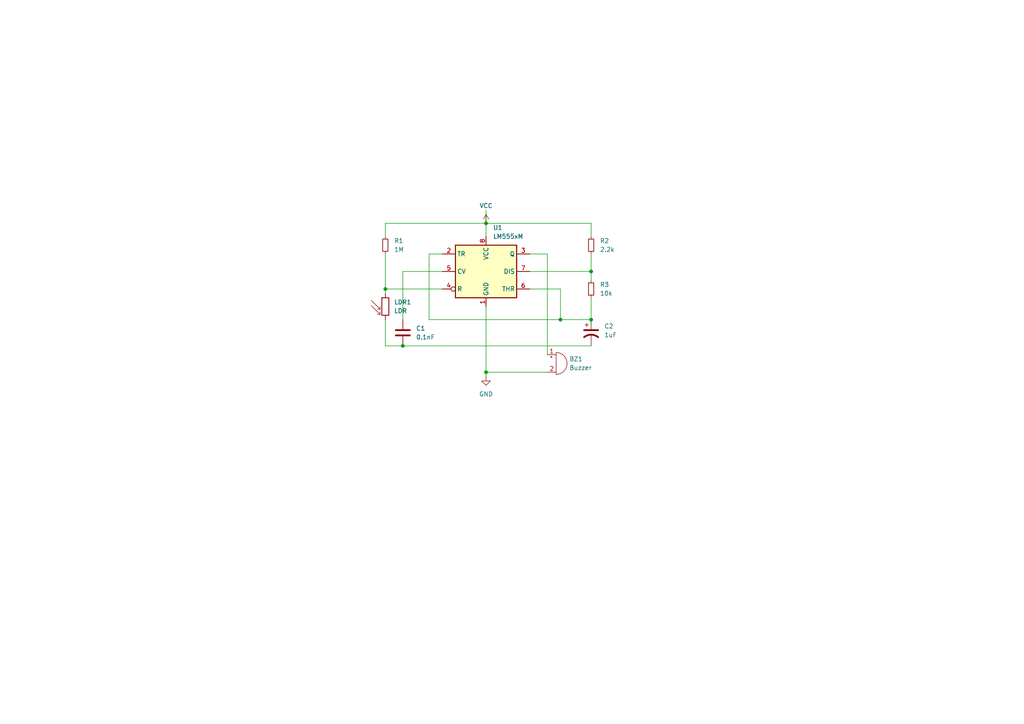
<source format=kicad_sch>
(kicad_sch (version 20211123) (generator eeschema)

  (uuid d72c89a6-7578-4468-964e-2a845431195f)

  (paper "A4")

  (lib_symbols
    (symbol "Device:Buzzer" (pin_names (offset 0.0254) hide) (in_bom yes) (on_board yes)
      (property "Reference" "BZ" (id 0) (at 3.81 1.27 0)
        (effects (font (size 1.27 1.27)) (justify left))
      )
      (property "Value" "Buzzer" (id 1) (at 3.81 -1.27 0)
        (effects (font (size 1.27 1.27)) (justify left))
      )
      (property "Footprint" "" (id 2) (at -0.635 2.54 90)
        (effects (font (size 1.27 1.27)) hide)
      )
      (property "Datasheet" "~" (id 3) (at -0.635 2.54 90)
        (effects (font (size 1.27 1.27)) hide)
      )
      (property "ki_keywords" "quartz resonator ceramic" (id 4) (at 0 0 0)
        (effects (font (size 1.27 1.27)) hide)
      )
      (property "ki_description" "Buzzer, polarized" (id 5) (at 0 0 0)
        (effects (font (size 1.27 1.27)) hide)
      )
      (property "ki_fp_filters" "*Buzzer*" (id 6) (at 0 0 0)
        (effects (font (size 1.27 1.27)) hide)
      )
      (symbol "Buzzer_0_1"
        (arc (start 0 -3.175) (mid 3.175 0) (end 0 3.175)
          (stroke (width 0) (type default) (color 0 0 0 0))
          (fill (type none))
        )
        (polyline
          (pts
            (xy -1.651 1.905)
            (xy -1.143 1.905)
          )
          (stroke (width 0) (type default) (color 0 0 0 0))
          (fill (type none))
        )
        (polyline
          (pts
            (xy -1.397 2.159)
            (xy -1.397 1.651)
          )
          (stroke (width 0) (type default) (color 0 0 0 0))
          (fill (type none))
        )
        (polyline
          (pts
            (xy 0 3.175)
            (xy 0 -3.175)
          )
          (stroke (width 0) (type default) (color 0 0 0 0))
          (fill (type none))
        )
      )
      (symbol "Buzzer_1_1"
        (pin passive line (at -2.54 2.54 0) (length 2.54)
          (name "-" (effects (font (size 1.27 1.27))))
          (number "1" (effects (font (size 1.27 1.27))))
        )
        (pin passive line (at -2.54 -2.54 0) (length 2.54)
          (name "+" (effects (font (size 1.27 1.27))))
          (number "2" (effects (font (size 1.27 1.27))))
        )
      )
    )
    (symbol "Device:C" (pin_numbers hide) (pin_names (offset 0.254)) (in_bom yes) (on_board yes)
      (property "Reference" "C" (id 0) (at 0.635 2.54 0)
        (effects (font (size 1.27 1.27)) (justify left))
      )
      (property "Value" "C" (id 1) (at 0.635 -2.54 0)
        (effects (font (size 1.27 1.27)) (justify left))
      )
      (property "Footprint" "" (id 2) (at 0.9652 -3.81 0)
        (effects (font (size 1.27 1.27)) hide)
      )
      (property "Datasheet" "~" (id 3) (at 0 0 0)
        (effects (font (size 1.27 1.27)) hide)
      )
      (property "ki_keywords" "cap capacitor" (id 4) (at 0 0 0)
        (effects (font (size 1.27 1.27)) hide)
      )
      (property "ki_description" "Unpolarized capacitor" (id 5) (at 0 0 0)
        (effects (font (size 1.27 1.27)) hide)
      )
      (property "ki_fp_filters" "C_*" (id 6) (at 0 0 0)
        (effects (font (size 1.27 1.27)) hide)
      )
      (symbol "C_0_1"
        (polyline
          (pts
            (xy -2.032 -0.762)
            (xy 2.032 -0.762)
          )
          (stroke (width 0.508) (type default) (color 0 0 0 0))
          (fill (type none))
        )
        (polyline
          (pts
            (xy -2.032 0.762)
            (xy 2.032 0.762)
          )
          (stroke (width 0.508) (type default) (color 0 0 0 0))
          (fill (type none))
        )
      )
      (symbol "C_1_1"
        (pin passive line (at 0 3.81 270) (length 2.794)
          (name "~" (effects (font (size 1.27 1.27))))
          (number "1" (effects (font (size 1.27 1.27))))
        )
        (pin passive line (at 0 -3.81 90) (length 2.794)
          (name "~" (effects (font (size 1.27 1.27))))
          (number "2" (effects (font (size 1.27 1.27))))
        )
      )
    )
    (symbol "Device:C_Polarized_US" (pin_numbers hide) (pin_names (offset 0.254) hide) (in_bom yes) (on_board yes)
      (property "Reference" "C" (id 0) (at 0.635 2.54 0)
        (effects (font (size 1.27 1.27)) (justify left))
      )
      (property "Value" "C_Polarized_US" (id 1) (at 0.635 -2.54 0)
        (effects (font (size 1.27 1.27)) (justify left))
      )
      (property "Footprint" "" (id 2) (at 0 0 0)
        (effects (font (size 1.27 1.27)) hide)
      )
      (property "Datasheet" "~" (id 3) (at 0 0 0)
        (effects (font (size 1.27 1.27)) hide)
      )
      (property "ki_keywords" "cap capacitor" (id 4) (at 0 0 0)
        (effects (font (size 1.27 1.27)) hide)
      )
      (property "ki_description" "Polarized capacitor, US symbol" (id 5) (at 0 0 0)
        (effects (font (size 1.27 1.27)) hide)
      )
      (property "ki_fp_filters" "CP_*" (id 6) (at 0 0 0)
        (effects (font (size 1.27 1.27)) hide)
      )
      (symbol "C_Polarized_US_0_1"
        (polyline
          (pts
            (xy -2.032 0.762)
            (xy 2.032 0.762)
          )
          (stroke (width 0.508) (type default) (color 0 0 0 0))
          (fill (type none))
        )
        (polyline
          (pts
            (xy -1.778 2.286)
            (xy -0.762 2.286)
          )
          (stroke (width 0) (type default) (color 0 0 0 0))
          (fill (type none))
        )
        (polyline
          (pts
            (xy -1.27 1.778)
            (xy -1.27 2.794)
          )
          (stroke (width 0) (type default) (color 0 0 0 0))
          (fill (type none))
        )
        (arc (start 2.032 -1.27) (mid 0 -0.5572) (end -2.032 -1.27)
          (stroke (width 0.508) (type default) (color 0 0 0 0))
          (fill (type none))
        )
      )
      (symbol "C_Polarized_US_1_1"
        (pin passive line (at 0 3.81 270) (length 2.794)
          (name "~" (effects (font (size 1.27 1.27))))
          (number "1" (effects (font (size 1.27 1.27))))
        )
        (pin passive line (at 0 -3.81 90) (length 3.302)
          (name "~" (effects (font (size 1.27 1.27))))
          (number "2" (effects (font (size 1.27 1.27))))
        )
      )
    )
    (symbol "Device:R_Small" (pin_numbers hide) (pin_names (offset 0.254) hide) (in_bom yes) (on_board yes)
      (property "Reference" "R" (id 0) (at 0.762 0.508 0)
        (effects (font (size 1.27 1.27)) (justify left))
      )
      (property "Value" "R_Small" (id 1) (at 0.762 -1.016 0)
        (effects (font (size 1.27 1.27)) (justify left))
      )
      (property "Footprint" "" (id 2) (at 0 0 0)
        (effects (font (size 1.27 1.27)) hide)
      )
      (property "Datasheet" "~" (id 3) (at 0 0 0)
        (effects (font (size 1.27 1.27)) hide)
      )
      (property "ki_keywords" "R resistor" (id 4) (at 0 0 0)
        (effects (font (size 1.27 1.27)) hide)
      )
      (property "ki_description" "Resistor, small symbol" (id 5) (at 0 0 0)
        (effects (font (size 1.27 1.27)) hide)
      )
      (property "ki_fp_filters" "R_*" (id 6) (at 0 0 0)
        (effects (font (size 1.27 1.27)) hide)
      )
      (symbol "R_Small_0_1"
        (rectangle (start -0.762 1.778) (end 0.762 -1.778)
          (stroke (width 0.2032) (type default) (color 0 0 0 0))
          (fill (type none))
        )
      )
      (symbol "R_Small_1_1"
        (pin passive line (at 0 2.54 270) (length 0.762)
          (name "~" (effects (font (size 1.27 1.27))))
          (number "1" (effects (font (size 1.27 1.27))))
        )
        (pin passive line (at 0 -2.54 90) (length 0.762)
          (name "~" (effects (font (size 1.27 1.27))))
          (number "2" (effects (font (size 1.27 1.27))))
        )
      )
    )
    (symbol "Sensor_Optical:LDR03" (pin_numbers hide) (pin_names (offset 0)) (in_bom yes) (on_board yes)
      (property "Reference" "R" (id 0) (at -5.08 0 90)
        (effects (font (size 1.27 1.27)))
      )
      (property "Value" "LDR03" (id 1) (at 1.905 0 90)
        (effects (font (size 1.27 1.27)) (justify top))
      )
      (property "Footprint" "OptoDevice:R_LDR_10x8.5mm_P7.6mm_Vertical" (id 2) (at 4.445 0 90)
        (effects (font (size 1.27 1.27)) hide)
      )
      (property "Datasheet" "http://www.elektronica-componenten.nl/WebRoot/StoreNL/Shops/61422969/54F1/BA0C/C664/31B9/2173/C0A8/2AB9/2AEF/LDR03IMP.pdf" (id 3) (at 0 -1.27 0)
        (effects (font (size 1.27 1.27)) hide)
      )
      (property "ki_keywords" "light dependent photo resistor LDR" (id 4) (at 0 0 0)
        (effects (font (size 1.27 1.27)) hide)
      )
      (property "ki_description" "light dependent resistor" (id 5) (at 0 0 0)
        (effects (font (size 1.27 1.27)) hide)
      )
      (property "ki_fp_filters" "R*LDR*10x8.5mm*P7.6mm*" (id 6) (at 0 0 0)
        (effects (font (size 1.27 1.27)) hide)
      )
      (symbol "LDR03_0_1"
        (rectangle (start -1.016 2.54) (end 1.016 -2.54)
          (stroke (width 0.254) (type default) (color 0 0 0 0))
          (fill (type none))
        )
        (polyline
          (pts
            (xy -1.524 -2.286)
            (xy -4.064 0.254)
          )
          (stroke (width 0) (type default) (color 0 0 0 0))
          (fill (type none))
        )
        (polyline
          (pts
            (xy -1.524 -2.286)
            (xy -2.286 -2.286)
          )
          (stroke (width 0) (type default) (color 0 0 0 0))
          (fill (type none))
        )
        (polyline
          (pts
            (xy -1.524 -2.286)
            (xy -1.524 -1.524)
          )
          (stroke (width 0) (type default) (color 0 0 0 0))
          (fill (type none))
        )
        (polyline
          (pts
            (xy -1.524 -0.762)
            (xy -4.064 1.778)
          )
          (stroke (width 0) (type default) (color 0 0 0 0))
          (fill (type none))
        )
        (polyline
          (pts
            (xy -1.524 -0.762)
            (xy -2.286 -0.762)
          )
          (stroke (width 0) (type default) (color 0 0 0 0))
          (fill (type none))
        )
        (polyline
          (pts
            (xy -1.524 -0.762)
            (xy -1.524 0)
          )
          (stroke (width 0) (type default) (color 0 0 0 0))
          (fill (type none))
        )
      )
      (symbol "LDR03_1_1"
        (pin passive line (at 0 3.81 270) (length 1.27)
          (name "~" (effects (font (size 1.27 1.27))))
          (number "1" (effects (font (size 1.27 1.27))))
        )
        (pin passive line (at 0 -3.81 90) (length 1.27)
          (name "~" (effects (font (size 1.27 1.27))))
          (number "2" (effects (font (size 1.27 1.27))))
        )
      )
    )
    (symbol "Timer:LM555xM" (in_bom yes) (on_board yes)
      (property "Reference" "U" (id 0) (at -10.16 8.89 0)
        (effects (font (size 1.27 1.27)) (justify left))
      )
      (property "Value" "LM555xM" (id 1) (at 2.54 8.89 0)
        (effects (font (size 1.27 1.27)) (justify left))
      )
      (property "Footprint" "Package_SO:SOIC-8_3.9x4.9mm_P1.27mm" (id 2) (at 21.59 -10.16 0)
        (effects (font (size 1.27 1.27)) hide)
      )
      (property "Datasheet" "http://www.ti.com/lit/ds/symlink/lm555.pdf" (id 3) (at 21.59 -10.16 0)
        (effects (font (size 1.27 1.27)) hide)
      )
      (property "ki_keywords" "single timer 555" (id 4) (at 0 0 0)
        (effects (font (size 1.27 1.27)) hide)
      )
      (property "ki_description" "Timer, 555 compatible, SOIC-8" (id 5) (at 0 0 0)
        (effects (font (size 1.27 1.27)) hide)
      )
      (property "ki_fp_filters" "SOIC*3.9x4.9mm*P1.27mm*" (id 6) (at 0 0 0)
        (effects (font (size 1.27 1.27)) hide)
      )
      (symbol "LM555xM_0_0"
        (pin power_in line (at 0 -10.16 90) (length 2.54)
          (name "GND" (effects (font (size 1.27 1.27))))
          (number "1" (effects (font (size 1.27 1.27))))
        )
        (pin power_in line (at 0 10.16 270) (length 2.54)
          (name "VCC" (effects (font (size 1.27 1.27))))
          (number "8" (effects (font (size 1.27 1.27))))
        )
      )
      (symbol "LM555xM_0_1"
        (rectangle (start -8.89 -7.62) (end 8.89 7.62)
          (stroke (width 0.254) (type default) (color 0 0 0 0))
          (fill (type background))
        )
        (rectangle (start -8.89 -7.62) (end 8.89 7.62)
          (stroke (width 0.254) (type default) (color 0 0 0 0))
          (fill (type background))
        )
      )
      (symbol "LM555xM_1_1"
        (pin input line (at -12.7 5.08 0) (length 3.81)
          (name "TR" (effects (font (size 1.27 1.27))))
          (number "2" (effects (font (size 1.27 1.27))))
        )
        (pin output line (at 12.7 5.08 180) (length 3.81)
          (name "Q" (effects (font (size 1.27 1.27))))
          (number "3" (effects (font (size 1.27 1.27))))
        )
        (pin input inverted (at -12.7 -5.08 0) (length 3.81)
          (name "R" (effects (font (size 1.27 1.27))))
          (number "4" (effects (font (size 1.27 1.27))))
        )
        (pin input line (at -12.7 0 0) (length 3.81)
          (name "CV" (effects (font (size 1.27 1.27))))
          (number "5" (effects (font (size 1.27 1.27))))
        )
        (pin input line (at 12.7 -5.08 180) (length 3.81)
          (name "THR" (effects (font (size 1.27 1.27))))
          (number "6" (effects (font (size 1.27 1.27))))
        )
        (pin input line (at 12.7 0 180) (length 3.81)
          (name "DIS" (effects (font (size 1.27 1.27))))
          (number "7" (effects (font (size 1.27 1.27))))
        )
      )
    )
    (symbol "power:GND" (power) (pin_names (offset 0)) (in_bom yes) (on_board yes)
      (property "Reference" "#PWR" (id 0) (at 0 -6.35 0)
        (effects (font (size 1.27 1.27)) hide)
      )
      (property "Value" "GND" (id 1) (at 0 -3.81 0)
        (effects (font (size 1.27 1.27)))
      )
      (property "Footprint" "" (id 2) (at 0 0 0)
        (effects (font (size 1.27 1.27)) hide)
      )
      (property "Datasheet" "" (id 3) (at 0 0 0)
        (effects (font (size 1.27 1.27)) hide)
      )
      (property "ki_keywords" "power-flag" (id 4) (at 0 0 0)
        (effects (font (size 1.27 1.27)) hide)
      )
      (property "ki_description" "Power symbol creates a global label with name \"GND\" , ground" (id 5) (at 0 0 0)
        (effects (font (size 1.27 1.27)) hide)
      )
      (symbol "GND_0_1"
        (polyline
          (pts
            (xy 0 0)
            (xy 0 -1.27)
            (xy 1.27 -1.27)
            (xy 0 -2.54)
            (xy -1.27 -1.27)
            (xy 0 -1.27)
          )
          (stroke (width 0) (type default) (color 0 0 0 0))
          (fill (type none))
        )
      )
      (symbol "GND_1_1"
        (pin power_in line (at 0 0 270) (length 0) hide
          (name "GND" (effects (font (size 1.27 1.27))))
          (number "1" (effects (font (size 1.27 1.27))))
        )
      )
    )
    (symbol "power:VCC" (power) (pin_names (offset 0)) (in_bom yes) (on_board yes)
      (property "Reference" "#PWR" (id 0) (at 0 -3.81 0)
        (effects (font (size 1.27 1.27)) hide)
      )
      (property "Value" "VCC" (id 1) (at 0 3.81 0)
        (effects (font (size 1.27 1.27)))
      )
      (property "Footprint" "" (id 2) (at 0 0 0)
        (effects (font (size 1.27 1.27)) hide)
      )
      (property "Datasheet" "" (id 3) (at 0 0 0)
        (effects (font (size 1.27 1.27)) hide)
      )
      (property "ki_keywords" "power-flag" (id 4) (at 0 0 0)
        (effects (font (size 1.27 1.27)) hide)
      )
      (property "ki_description" "Power symbol creates a global label with name \"VCC\"" (id 5) (at 0 0 0)
        (effects (font (size 1.27 1.27)) hide)
      )
      (symbol "VCC_0_1"
        (polyline
          (pts
            (xy -0.762 1.27)
            (xy 0 2.54)
          )
          (stroke (width 0) (type default) (color 0 0 0 0))
          (fill (type none))
        )
        (polyline
          (pts
            (xy 0 0)
            (xy 0 2.54)
          )
          (stroke (width 0) (type default) (color 0 0 0 0))
          (fill (type none))
        )
        (polyline
          (pts
            (xy 0 2.54)
            (xy 0.762 1.27)
          )
          (stroke (width 0) (type default) (color 0 0 0 0))
          (fill (type none))
        )
      )
      (symbol "VCC_1_1"
        (pin power_in line (at 0 0 90) (length 0) hide
          (name "VCC" (effects (font (size 1.27 1.27))))
          (number "1" (effects (font (size 1.27 1.27))))
        )
      )
    )
  )

  (junction (at 111.76 83.82) (diameter 0) (color 0 0 0 0)
    (uuid 02a984ed-6658-44db-85dc-729a532bc544)
  )
  (junction (at 116.84 100.33) (diameter 0) (color 0 0 0 0)
    (uuid 096e6bb2-41e2-4b71-914c-e84c4d14f780)
  )
  (junction (at 171.45 78.74) (diameter 0) (color 0 0 0 0)
    (uuid 5fbe322c-70b3-4cbf-9199-9373dff02578)
  )
  (junction (at 140.97 107.95) (diameter 0) (color 0 0 0 0)
    (uuid 623d06a5-fa06-44c8-8c1d-f509416dc183)
  )
  (junction (at 140.97 64.77) (diameter 0) (color 0 0 0 0)
    (uuid 88912142-bcd3-4db6-bc45-965913c1714a)
  )
  (junction (at 171.45 92.71) (diameter 0) (color 0 0 0 0)
    (uuid a29729fb-d172-4678-bc98-275e67fa4a7b)
  )
  (junction (at 162.56 92.71) (diameter 0) (color 0 0 0 0)
    (uuid af086ae0-b565-4563-9437-8a2afcbdbd1e)
  )

  (wire (pts (xy 111.76 92.71) (xy 111.76 100.33))
    (stroke (width 0) (type default) (color 0 0 0 0))
    (uuid 0b743933-7978-4b04-9cb5-615b505a8cbe)
  )
  (wire (pts (xy 162.56 83.82) (xy 162.56 92.71))
    (stroke (width 0) (type default) (color 0 0 0 0))
    (uuid 1eefbb0f-bb34-4036-8a6b-2eea68ee444a)
  )
  (wire (pts (xy 171.45 92.71) (xy 171.45 93.98))
    (stroke (width 0) (type default) (color 0 0 0 0))
    (uuid 2adf3940-e6e3-4b40-b90a-b0de0d9ecdbe)
  )
  (wire (pts (xy 153.67 73.66) (xy 158.75 73.66))
    (stroke (width 0) (type default) (color 0 0 0 0))
    (uuid 2b0a2130-5a71-4bf3-a131-dfcc207704fa)
  )
  (wire (pts (xy 162.56 92.71) (xy 171.45 92.71))
    (stroke (width 0) (type default) (color 0 0 0 0))
    (uuid 2dd09920-7ec4-40f2-808d-75b5bbbd20c2)
  )
  (wire (pts (xy 171.45 86.36) (xy 171.45 92.71))
    (stroke (width 0) (type default) (color 0 0 0 0))
    (uuid 2fdeb833-a779-4a20-bbc2-febb6fa25b48)
  )
  (wire (pts (xy 140.97 64.77) (xy 140.97 68.58))
    (stroke (width 0) (type default) (color 0 0 0 0))
    (uuid 34087411-fda9-47f3-a78e-4437237e06cb)
  )
  (wire (pts (xy 116.84 78.74) (xy 128.27 78.74))
    (stroke (width 0) (type default) (color 0 0 0 0))
    (uuid 3d481fe9-1f67-4feb-8665-baae7386695f)
  )
  (wire (pts (xy 111.76 73.66) (xy 111.76 83.82))
    (stroke (width 0) (type default) (color 0 0 0 0))
    (uuid 49252534-f31a-49f3-8975-f20a972c318c)
  )
  (wire (pts (xy 171.45 78.74) (xy 171.45 81.28))
    (stroke (width 0) (type default) (color 0 0 0 0))
    (uuid 4f796cd7-cbb3-48da-9dfd-9ea5e5f12338)
  )
  (wire (pts (xy 171.45 68.58) (xy 171.45 64.77))
    (stroke (width 0) (type default) (color 0 0 0 0))
    (uuid 5d6721af-b9e1-4289-886f-47c9577ed681)
  )
  (wire (pts (xy 116.84 92.71) (xy 116.84 78.74))
    (stroke (width 0) (type default) (color 0 0 0 0))
    (uuid 5d8b5cd8-a39a-477e-a153-f4718c10f190)
  )
  (wire (pts (xy 111.76 64.77) (xy 140.97 64.77))
    (stroke (width 0) (type default) (color 0 0 0 0))
    (uuid 6479cb9f-24a3-443b-b6be-c926a0b6b4d8)
  )
  (wire (pts (xy 111.76 83.82) (xy 111.76 85.09))
    (stroke (width 0) (type default) (color 0 0 0 0))
    (uuid 6d362f1d-485c-497d-8e63-9835d01e0c35)
  )
  (wire (pts (xy 140.97 88.9) (xy 140.97 107.95))
    (stroke (width 0) (type default) (color 0 0 0 0))
    (uuid 6e7e9293-860d-4c11-a137-5bb36442ac2c)
  )
  (wire (pts (xy 111.76 100.33) (xy 116.84 100.33))
    (stroke (width 0) (type default) (color 0 0 0 0))
    (uuid 75dbc7d8-4f2c-4465-9657-9f74c7c6b23b)
  )
  (wire (pts (xy 140.97 107.95) (xy 140.97 109.22))
    (stroke (width 0) (type default) (color 0 0 0 0))
    (uuid 7b5e8868-8a53-4b04-ba7f-146e7ca6479a)
  )
  (wire (pts (xy 124.46 73.66) (xy 124.46 92.71))
    (stroke (width 0) (type default) (color 0 0 0 0))
    (uuid 7f5cc3b7-a1fb-403c-b7dd-0b29c6fbe6f4)
  )
  (wire (pts (xy 140.97 60.96) (xy 140.97 64.77))
    (stroke (width 0) (type default) (color 0 0 0 0))
    (uuid 81e0d010-4af2-4b46-a9f4-eca5745ccc1e)
  )
  (wire (pts (xy 171.45 64.77) (xy 140.97 64.77))
    (stroke (width 0) (type default) (color 0 0 0 0))
    (uuid 8249abc5-9860-44a2-ad7f-d1137b7d22ab)
  )
  (wire (pts (xy 140.97 107.95) (xy 158.75 107.95))
    (stroke (width 0) (type default) (color 0 0 0 0))
    (uuid a52b42b5-0b08-40d9-9eb7-e7549bae1c75)
  )
  (wire (pts (xy 124.46 92.71) (xy 162.56 92.71))
    (stroke (width 0) (type default) (color 0 0 0 0))
    (uuid aba380a6-25b5-4ff1-bae0-d7709ed342ef)
  )
  (wire (pts (xy 153.67 83.82) (xy 162.56 83.82))
    (stroke (width 0) (type default) (color 0 0 0 0))
    (uuid b28dbff1-4275-4242-8184-2d27bb72d4ee)
  )
  (wire (pts (xy 128.27 83.82) (xy 111.76 83.82))
    (stroke (width 0) (type default) (color 0 0 0 0))
    (uuid cd0fe223-e957-4767-bf0e-c7705c1d0fd5)
  )
  (wire (pts (xy 158.75 102.87) (xy 158.75 73.66))
    (stroke (width 0) (type default) (color 0 0 0 0))
    (uuid d25b931e-bfdb-4eaf-915f-7adc0e59ade3)
  )
  (wire (pts (xy 111.76 68.58) (xy 111.76 64.77))
    (stroke (width 0) (type default) (color 0 0 0 0))
    (uuid d44a95d4-5afe-4bf6-a78c-0f1d2f8583cd)
  )
  (wire (pts (xy 153.67 78.74) (xy 171.45 78.74))
    (stroke (width 0) (type default) (color 0 0 0 0))
    (uuid dcc99b46-58fc-462d-9a69-6389ef8e806d)
  )
  (wire (pts (xy 171.45 73.66) (xy 171.45 78.74))
    (stroke (width 0) (type default) (color 0 0 0 0))
    (uuid eb011598-ac42-4e0d-8d97-1a5c235d4748)
  )
  (wire (pts (xy 124.46 73.66) (xy 128.27 73.66))
    (stroke (width 0) (type default) (color 0 0 0 0))
    (uuid f37d6d90-3f6f-4789-8209-dfbf2bc6c26c)
  )
  (wire (pts (xy 116.84 100.33) (xy 171.45 100.33))
    (stroke (width 0) (type default) (color 0 0 0 0))
    (uuid f406d746-2c61-4a96-9fac-fc1808653187)
  )

  (symbol (lib_id "Device:Buzzer") (at 161.29 105.41 0) (unit 1)
    (in_bom yes) (on_board yes) (fields_autoplaced)
    (uuid 01f863bf-a7e5-4d1d-a343-8ad7297a2b2a)
    (property "Reference" "BZ1" (id 0) (at 165.1 104.1399 0)
      (effects (font (size 1.27 1.27)) (justify left))
    )
    (property "Value" "" (id 1) (at 165.1 106.6799 0)
      (effects (font (size 1.27 1.27)) (justify left))
    )
    (property "Footprint" "" (id 2) (at 160.655 102.87 90)
      (effects (font (size 1.27 1.27)) hide)
    )
    (property "Datasheet" "~" (id 3) (at 160.655 102.87 90)
      (effects (font (size 1.27 1.27)) hide)
    )
    (pin "1" (uuid ad3e88a8-e01e-464f-87d7-591c694b06b7))
    (pin "2" (uuid 5908f151-8981-4581-a15f-8587049cee0b))
  )

  (symbol (lib_id "Device:R_Small") (at 111.76 71.12 0) (unit 1)
    (in_bom yes) (on_board yes) (fields_autoplaced)
    (uuid 1b93aa8c-33ff-4973-bbfa-78a218c8530b)
    (property "Reference" "R1" (id 0) (at 114.3 69.8499 0)
      (effects (font (size 1.27 1.27)) (justify left))
    )
    (property "Value" "" (id 1) (at 114.3 72.3899 0)
      (effects (font (size 1.27 1.27)) (justify left))
    )
    (property "Footprint" "" (id 2) (at 111.76 71.12 0)
      (effects (font (size 1.27 1.27)) hide)
    )
    (property "Datasheet" "~" (id 3) (at 111.76 71.12 0)
      (effects (font (size 1.27 1.27)) hide)
    )
    (pin "1" (uuid 5a1a1ff5-c0b0-410c-96f6-f6e3f624b72e))
    (pin "2" (uuid 858028dc-7137-4a37-b157-355e77c23c6d))
  )

  (symbol (lib_id "power:VCC") (at 140.97 64.77 0) (unit 1)
    (in_bom yes) (on_board yes) (fields_autoplaced)
    (uuid 374dff0b-2b5a-4831-825e-5ee9f95215e8)
    (property "Reference" "#PWR01" (id 0) (at 140.97 68.58 0)
      (effects (font (size 1.27 1.27)) hide)
    )
    (property "Value" "" (id 1) (at 140.97 59.69 0))
    (property "Footprint" "" (id 2) (at 140.97 64.77 0)
      (effects (font (size 1.27 1.27)) hide)
    )
    (property "Datasheet" "" (id 3) (at 140.97 64.77 0)
      (effects (font (size 1.27 1.27)) hide)
    )
    (pin "1" (uuid d0ace75c-753c-4e8e-b19f-dfa7b5d09a36))
  )

  (symbol (lib_id "Sensor_Optical:LDR03") (at 111.76 88.9 0) (unit 1)
    (in_bom yes) (on_board yes) (fields_autoplaced)
    (uuid 6179258b-5f15-4d2d-92c3-044083aa9652)
    (property "Reference" "LDR1" (id 0) (at 114.3 87.6299 0)
      (effects (font (size 1.27 1.27)) (justify left))
    )
    (property "Value" "" (id 1) (at 114.3 90.1699 0)
      (effects (font (size 1.27 1.27)) (justify left))
    )
    (property "Footprint" "" (id 2) (at 116.205 88.9 90)
      (effects (font (size 1.27 1.27)) hide)
    )
    (property "Datasheet" "http://www.elektronica-componenten.nl/WebRoot/StoreNL/Shops/61422969/54F1/BA0C/C664/31B9/2173/C0A8/2AB9/2AEF/LDR03IMP.pdf" (id 3) (at 111.76 90.17 0)
      (effects (font (size 1.27 1.27)) hide)
    )
    (pin "1" (uuid ece0e0e0-10d4-428a-9b19-dc1e0bb6c343))
    (pin "2" (uuid 7ecbc545-ca27-4ae4-8e65-33d526035066))
  )

  (symbol (lib_id "Device:R_Small") (at 171.45 71.12 0) (unit 1)
    (in_bom yes) (on_board yes) (fields_autoplaced)
    (uuid 700fde97-e448-40b2-aa78-27979c021545)
    (property "Reference" "R2" (id 0) (at 173.99 69.8499 0)
      (effects (font (size 1.27 1.27)) (justify left))
    )
    (property "Value" "" (id 1) (at 173.99 72.3899 0)
      (effects (font (size 1.27 1.27)) (justify left))
    )
    (property "Footprint" "" (id 2) (at 171.45 71.12 0)
      (effects (font (size 1.27 1.27)) hide)
    )
    (property "Datasheet" "~" (id 3) (at 171.45 71.12 0)
      (effects (font (size 1.27 1.27)) hide)
    )
    (pin "1" (uuid e91e23a5-1e5a-4e15-b103-0674ce18fb47))
    (pin "2" (uuid 134905ff-bcd1-4965-9cde-3314663dcf60))
  )

  (symbol (lib_id "Device:C") (at 116.84 96.52 0) (unit 1)
    (in_bom yes) (on_board yes) (fields_autoplaced)
    (uuid 8070356a-8cb0-414d-be4c-31cfe10340d3)
    (property "Reference" "C1" (id 0) (at 120.65 95.2499 0)
      (effects (font (size 1.27 1.27)) (justify left))
    )
    (property "Value" "" (id 1) (at 120.65 97.7899 0)
      (effects (font (size 1.27 1.27)) (justify left))
    )
    (property "Footprint" "" (id 2) (at 117.8052 100.33 0)
      (effects (font (size 1.27 1.27)) hide)
    )
    (property "Datasheet" "~" (id 3) (at 116.84 96.52 0)
      (effects (font (size 1.27 1.27)) hide)
    )
    (pin "1" (uuid d8b95a9f-f36d-4c0c-9771-2cc3c92a4f90))
    (pin "2" (uuid 059fa5ea-91f5-4bb3-b271-2ba33679843f))
  )

  (symbol (lib_id "Device:C_Polarized_US") (at 171.45 96.52 0) (unit 1)
    (in_bom yes) (on_board yes) (fields_autoplaced)
    (uuid 8719f728-2cd9-41b7-ad83-3e39df580683)
    (property "Reference" "C2" (id 0) (at 175.26 94.6149 0)
      (effects (font (size 1.27 1.27)) (justify left))
    )
    (property "Value" "" (id 1) (at 175.26 97.1549 0)
      (effects (font (size 1.27 1.27)) (justify left))
    )
    (property "Footprint" "" (id 2) (at 171.45 96.52 0)
      (effects (font (size 1.27 1.27)) hide)
    )
    (property "Datasheet" "~" (id 3) (at 171.45 96.52 0)
      (effects (font (size 1.27 1.27)) hide)
    )
    (pin "1" (uuid 135aa9c7-7602-4846-b39c-81e0584d54b9))
    (pin "2" (uuid 4f246ed5-5ce1-43f1-90df-71a81a010ef7))
  )

  (symbol (lib_id "Timer:LM555xM") (at 140.97 78.74 0) (unit 1)
    (in_bom yes) (on_board yes) (fields_autoplaced)
    (uuid b9e715af-8e72-4396-baf0-4858cc7087aa)
    (property "Reference" "U1" (id 0) (at 142.9894 66.04 0)
      (effects (font (size 1.27 1.27)) (justify left))
    )
    (property "Value" "" (id 1) (at 142.9894 68.58 0)
      (effects (font (size 1.27 1.27)) (justify left))
    )
    (property "Footprint" "" (id 2) (at 162.56 88.9 0)
      (effects (font (size 1.27 1.27)) hide)
    )
    (property "Datasheet" "http://www.ti.com/lit/ds/symlink/lm555.pdf" (id 3) (at 162.56 88.9 0)
      (effects (font (size 1.27 1.27)) hide)
    )
    (pin "1" (uuid 9f1ebb24-5efe-4851-adb4-96bc4fdd4439))
    (pin "8" (uuid 41552278-8be9-4da3-a549-88e25d7b06be))
    (pin "2" (uuid e32e7c64-dbda-497a-806a-c8d4dfd3b935))
    (pin "3" (uuid 49f10b21-98c9-4aed-824b-8c0bdccd36ee))
    (pin "4" (uuid af503b27-39dd-4ac6-8b38-1bcf556b39e1))
    (pin "5" (uuid 98bac540-dc0a-4b7d-9b24-8ee221130836))
    (pin "6" (uuid d2080d80-5bc7-4428-96ed-b28e45e722d9))
    (pin "7" (uuid a7578be0-5bda-4d8c-af41-911f58e0395f))
  )

  (symbol (lib_id "Device:R_Small") (at 171.45 83.82 0) (unit 1)
    (in_bom yes) (on_board yes) (fields_autoplaced)
    (uuid ec8612ec-0458-4c10-b209-6efecc853f58)
    (property "Reference" "R3" (id 0) (at 173.99 82.5499 0)
      (effects (font (size 1.27 1.27)) (justify left))
    )
    (property "Value" "" (id 1) (at 173.99 85.0899 0)
      (effects (font (size 1.27 1.27)) (justify left))
    )
    (property "Footprint" "" (id 2) (at 171.45 83.82 0)
      (effects (font (size 1.27 1.27)) hide)
    )
    (property "Datasheet" "~" (id 3) (at 171.45 83.82 0)
      (effects (font (size 1.27 1.27)) hide)
    )
    (pin "1" (uuid a021c951-24d9-4bc8-8d6c-1bdecffcc17a))
    (pin "2" (uuid 61f778f5-0a7d-4197-a3e2-06536a1fcc46))
  )

  (symbol (lib_id "power:GND") (at 140.97 109.22 0) (unit 1)
    (in_bom yes) (on_board yes) (fields_autoplaced)
    (uuid fdba859d-ec52-49e9-ae1d-78754104ccd3)
    (property "Reference" "#PWR02" (id 0) (at 140.97 115.57 0)
      (effects (font (size 1.27 1.27)) hide)
    )
    (property "Value" "" (id 1) (at 140.97 114.3 0))
    (property "Footprint" "" (id 2) (at 140.97 109.22 0)
      (effects (font (size 1.27 1.27)) hide)
    )
    (property "Datasheet" "" (id 3) (at 140.97 109.22 0)
      (effects (font (size 1.27 1.27)) hide)
    )
    (pin "1" (uuid 82f23847-f8b1-4348-aa62-beb5dbe2e079))
  )

  (sheet_instances
    (path "/" (page "1"))
  )

  (symbol_instances
    (path "/374dff0b-2b5a-4831-825e-5ee9f95215e8"
      (reference "#PWR01") (unit 1) (value "VCC") (footprint "")
    )
    (path "/fdba859d-ec52-49e9-ae1d-78754104ccd3"
      (reference "#PWR02") (unit 1) (value "GND") (footprint "")
    )
    (path "/01f863bf-a7e5-4d1d-a343-8ad7297a2b2a"
      (reference "BZ1") (unit 1) (value "Buzzer") (footprint "Buzzer_Beeper:Buzzer_12x9.5RM7.6")
    )
    (path "/8070356a-8cb0-414d-be4c-31cfe10340d3"
      (reference "C1") (unit 1) (value "0.1nF") (footprint "Capacitor_THT:CP_Radial_D4.0mm_P1.50mm")
    )
    (path "/8719f728-2cd9-41b7-ad83-3e39df580683"
      (reference "C2") (unit 1) (value "1uF") (footprint "Capacitor_THT:CP_Axial_L10.0mm_D4.5mm_P15.00mm_Horizontal")
    )
    (path "/6179258b-5f15-4d2d-92c3-044083aa9652"
      (reference "LDR1") (unit 1) (value "LDR") (footprint "OptoDevice:R_LDR_10x8.5mm_P7.6mm_Vertical")
    )
    (path "/1b93aa8c-33ff-4973-bbfa-78a218c8530b"
      (reference "R1") (unit 1) (value "1M") (footprint "Resistor_THT:R_Axial_DIN0411_L9.9mm_D3.6mm_P12.70mm_Horizontal")
    )
    (path "/700fde97-e448-40b2-aa78-27979c021545"
      (reference "R2") (unit 1) (value "2.2k") (footprint "Resistor_THT:R_Axial_DIN0411_L9.9mm_D3.6mm_P12.70mm_Horizontal")
    )
    (path "/ec8612ec-0458-4c10-b209-6efecc853f58"
      (reference "R3") (unit 1) (value "10k") (footprint "Resistor_THT:R_Axial_DIN0411_L9.9mm_D3.6mm_P12.70mm_Horizontal")
    )
    (path "/b9e715af-8e72-4396-baf0-4858cc7087aa"
      (reference "U1") (unit 1) (value "LM555xM") (footprint "Package_SO:SOIC-8-1EP_3.9x4.9mm_P1.27mm_EP2.29x3mm")
    )
  )
)

</source>
